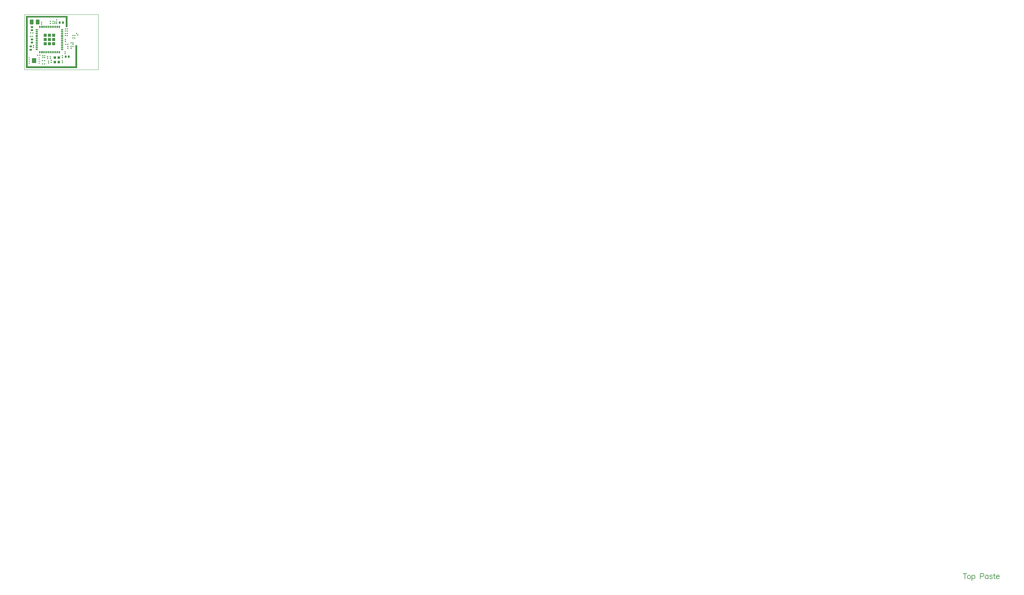
<source format=gtp>
G04*
G04 #@! TF.GenerationSoftware,Altium Limited,Altium Designer,22.4.2 (48)*
G04*
G04 Layer_Color=8421504*
%FSLAX24Y24*%
%MOIN*%
G70*
G04*
G04 #@! TF.SameCoordinates,234F8549-8FEE-4F9A-8B0D-93BDF39202AA*
G04*
G04*
G04 #@! TF.FilePolarity,Positive*
G04*
G01*
G75*
%ADD14C,0.0059*%
%ADD15C,0.0039*%
%ADD16R,0.0354X0.0354*%
%ADD17O,0.0139X0.0316*%
%ADD18O,0.0316X0.0139*%
%ADD19O,0.0316X0.0138*%
G04:AMPARAMS|DCode=20|XSize=10.8mil|YSize=11.8mil|CornerRadius=2.7mil|HoleSize=0mil|Usage=FLASHONLY|Rotation=270.000|XOffset=0mil|YOffset=0mil|HoleType=Round|Shape=RoundedRectangle|*
%AMROUNDEDRECTD20*
21,1,0.0108,0.0064,0,0,270.0*
21,1,0.0054,0.0118,0,0,270.0*
1,1,0.0054,-0.0032,-0.0027*
1,1,0.0054,-0.0032,0.0027*
1,1,0.0054,0.0032,0.0027*
1,1,0.0054,0.0032,-0.0027*
%
%ADD20ROUNDEDRECTD20*%
G04:AMPARAMS|DCode=21|XSize=10.8mil|YSize=11.8mil|CornerRadius=2.7mil|HoleSize=0mil|Usage=FLASHONLY|Rotation=180.000|XOffset=0mil|YOffset=0mil|HoleType=Round|Shape=RoundedRectangle|*
%AMROUNDEDRECTD21*
21,1,0.0108,0.0064,0,0,180.0*
21,1,0.0054,0.0118,0,0,180.0*
1,1,0.0054,-0.0027,0.0032*
1,1,0.0054,0.0027,0.0032*
1,1,0.0054,0.0027,-0.0032*
1,1,0.0054,-0.0027,-0.0032*
%
%ADD21ROUNDEDRECTD21*%
G04:AMPARAMS|DCode=22|XSize=21.7mil|YSize=23.6mil|CornerRadius=5.4mil|HoleSize=0mil|Usage=FLASHONLY|Rotation=180.000|XOffset=0mil|YOffset=0mil|HoleType=Round|Shape=RoundedRectangle|*
%AMROUNDEDRECTD22*
21,1,0.0217,0.0128,0,0,180.0*
21,1,0.0108,0.0236,0,0,180.0*
1,1,0.0108,-0.0054,0.0064*
1,1,0.0108,0.0054,0.0064*
1,1,0.0108,0.0054,-0.0064*
1,1,0.0108,-0.0054,-0.0064*
%
%ADD22ROUNDEDRECTD22*%
G04:AMPARAMS|DCode=23|XSize=21.7mil|YSize=23.6mil|CornerRadius=5.4mil|HoleSize=0mil|Usage=FLASHONLY|Rotation=270.000|XOffset=0mil|YOffset=0mil|HoleType=Round|Shape=RoundedRectangle|*
%AMROUNDEDRECTD23*
21,1,0.0217,0.0128,0,0,270.0*
21,1,0.0108,0.0236,0,0,270.0*
1,1,0.0108,-0.0064,-0.0054*
1,1,0.0108,-0.0064,0.0054*
1,1,0.0108,0.0064,0.0054*
1,1,0.0108,0.0064,-0.0054*
%
%ADD23ROUNDEDRECTD23*%
G04:AMPARAMS|DCode=24|XSize=10.8mil|YSize=11.8mil|CornerRadius=2.7mil|HoleSize=0mil|Usage=FLASHONLY|Rotation=135.000|XOffset=0mil|YOffset=0mil|HoleType=Round|Shape=RoundedRectangle|*
%AMROUNDEDRECTD24*
21,1,0.0108,0.0064,0,0,135.0*
21,1,0.0054,0.0118,0,0,135.0*
1,1,0.0054,0.0003,0.0042*
1,1,0.0054,0.0042,0.0003*
1,1,0.0054,-0.0003,-0.0042*
1,1,0.0054,-0.0042,-0.0003*
%
%ADD24ROUNDEDRECTD24*%
G04:AMPARAMS|DCode=25|XSize=55.1mil|YSize=43.3mil|CornerRadius=10.8mil|HoleSize=0mil|Usage=FLASHONLY|Rotation=270.000|XOffset=0mil|YOffset=0mil|HoleType=Round|Shape=RoundedRectangle|*
%AMROUNDEDRECTD25*
21,1,0.0551,0.0217,0,0,270.0*
21,1,0.0335,0.0433,0,0,270.0*
1,1,0.0217,-0.0108,-0.0167*
1,1,0.0217,-0.0108,0.0167*
1,1,0.0217,0.0108,0.0167*
1,1,0.0217,0.0108,-0.0167*
%
%ADD25ROUNDEDRECTD25*%
%ADD26R,0.0161X0.0082*%
%ADD27R,0.0452X0.0531*%
%ADD28R,0.0295X0.0295*%
G36*
X246Y5945D02*
X354Y5945D01*
X354Y5945D01*
X4756Y5945D01*
X4756Y5945D01*
X4756Y5945D01*
X4756Y4682D01*
X4559Y4682D01*
X4559Y5748D01*
X354Y5748D01*
X354Y354D01*
X5622Y354D01*
X5622Y2713D01*
X5819Y2713D01*
X5819Y354D01*
X5819Y354D01*
X5819Y158D01*
X354Y158D01*
X354Y158D01*
X158Y158D01*
X157Y5945D01*
X158Y5945D01*
X158Y5945D01*
X246Y5945D01*
X246Y5945D02*
G37*
D14*
X103997Y-55720D02*
X103997Y-56310D01*
X103800Y-55720D02*
X104194Y-55720D01*
X104404Y-55916D02*
X104348Y-55944D01*
X104292Y-56001D01*
X104264Y-56085D01*
X104264Y-56141D01*
X104292Y-56226D01*
X104348Y-56282D01*
X104404Y-56310D01*
X104489Y-56310D01*
X104545Y-56282D01*
X104601Y-56226D01*
X104629Y-56141D01*
X104629Y-56085D01*
X104601Y-56001D01*
X104545Y-55944D01*
X104489Y-55916D01*
X104404Y-55916D01*
X104759Y-55916D02*
X104759Y-56507D01*
X104759Y-56001D02*
X104815Y-55944D01*
X104871Y-55916D01*
X104956Y-55916D01*
X105012Y-55944D01*
X105068Y-56001D01*
X105096Y-56085D01*
X105096Y-56141D01*
X105068Y-56226D01*
X105012Y-56282D01*
X104956Y-56310D01*
X104871Y-56310D01*
X104815Y-56282D01*
X104759Y-56226D01*
X105687Y-56029D02*
X105940Y-56029D01*
X106024Y-56001D01*
X106052Y-55973D01*
X106080Y-55916D01*
X106080Y-55832D01*
X106052Y-55776D01*
X106024Y-55748D01*
X105940Y-55720D01*
X105687Y-55720D01*
X105687Y-56310D01*
X106550Y-55916D02*
X106550Y-56310D01*
X106550Y-56001D02*
X106493Y-55944D01*
X106437Y-55916D01*
X106353Y-55916D01*
X106297Y-55944D01*
X106240Y-56001D01*
X106212Y-56085D01*
X106212Y-56141D01*
X106240Y-56226D01*
X106297Y-56282D01*
X106353Y-56310D01*
X106437Y-56310D01*
X106493Y-56282D01*
X106550Y-56226D01*
X107016Y-56001D02*
X106988Y-55944D01*
X106904Y-55916D01*
X106820Y-55916D01*
X106735Y-55944D01*
X106707Y-56001D01*
X106735Y-56057D01*
X106791Y-56085D01*
X106932Y-56113D01*
X106988Y-56141D01*
X107016Y-56198D01*
X107016Y-56226D01*
X106988Y-56282D01*
X106904Y-56310D01*
X106820Y-56310D01*
X106735Y-56282D01*
X106707Y-56226D01*
X107224Y-55720D02*
X107224Y-56198D01*
X107253Y-56282D01*
X107309Y-56310D01*
X107365Y-56310D01*
X107140Y-55916D02*
X107337Y-55916D01*
X107449Y-56085D02*
X107787Y-56085D01*
X107787Y-56029D01*
X107759Y-55973D01*
X107731Y-55944D01*
X107674Y-55916D01*
X107590Y-55916D01*
X107534Y-55944D01*
X107478Y-56001D01*
X107449Y-56085D01*
X107449Y-56141D01*
X107478Y-56226D01*
X107534Y-56282D01*
X107590Y-56310D01*
X107674Y-56310D01*
X107731Y-56282D01*
X107787Y-56226D01*
D15*
X0Y0D02*
X0Y6102D01*
X0Y0D02*
X8150Y0D01*
X8150Y6102D01*
X0Y6102D02*
X8150Y6102D01*
D16*
X2754Y2848D02*
D03*
X3226Y2848D02*
D03*
X2281Y3320D02*
D03*
X2754Y3320D02*
D03*
X3226Y3320D02*
D03*
X3226Y3792D02*
D03*
X2754Y3792D02*
D03*
X2281Y3792D02*
D03*
X2281Y2848D02*
D03*
D17*
X1671Y4718D02*
D03*
X1868Y4718D02*
D03*
X2065Y4718D02*
D03*
X2262Y4718D02*
D03*
X2459Y4718D02*
D03*
X2656Y4718D02*
D03*
X2852Y4718D02*
D03*
X3049Y4718D02*
D03*
X3246Y4718D02*
D03*
X3443Y4718D02*
D03*
X3640Y4718D02*
D03*
X3837Y4718D02*
D03*
X3837Y1922D02*
D03*
X3640Y1922D02*
D03*
X3443Y1922D02*
D03*
X3246Y1922D02*
D03*
X3049Y1922D02*
D03*
X2852Y1922D02*
D03*
X2656Y1922D02*
D03*
X2459Y1922D02*
D03*
X2262Y1922D02*
D03*
X2065Y1922D02*
D03*
X1868Y1922D02*
D03*
X1671Y1922D02*
D03*
D18*
X4152Y4403D02*
D03*
X4152Y4206D02*
D03*
X4152Y4009D02*
D03*
X4152Y3812D02*
D03*
X4152Y3615D02*
D03*
X4152Y3418D02*
D03*
X4152Y3222D02*
D03*
X4152Y3025D02*
D03*
X4152Y2828D02*
D03*
X4152Y2631D02*
D03*
X4152Y2434D02*
D03*
X4152Y2237D02*
D03*
X1356Y2237D02*
D03*
X1356Y2434D02*
D03*
X1356Y2631D02*
D03*
X1356Y2828D02*
D03*
X1356Y3025D02*
D03*
X1356Y3222D02*
D03*
X1356Y3418D02*
D03*
X1356Y3615D02*
D03*
X1356Y3812D02*
D03*
X1356Y4009D02*
D03*
X1356Y4206D02*
D03*
D19*
X1356Y4403D02*
D03*
D20*
X3160Y5110D02*
D03*
X3160Y5317D02*
D03*
X1894Y5037D02*
D03*
X1894Y5243D02*
D03*
X997Y2662D02*
D03*
X997Y2455D02*
D03*
X2219Y1523D02*
D03*
X2219Y1317D02*
D03*
X2018Y1523D02*
D03*
X2018Y1317D02*
D03*
X4200Y1543D02*
D03*
X4200Y1337D02*
D03*
X2543Y1423D02*
D03*
X2543Y1217D02*
D03*
X2860Y1423D02*
D03*
X2860Y1217D02*
D03*
X4486Y1973D02*
D03*
X4486Y1767D02*
D03*
X4520Y3127D02*
D03*
X4520Y3333D02*
D03*
X4770Y2367D02*
D03*
X4770Y2574D02*
D03*
X5139Y2574D02*
D03*
X5139Y2367D02*
D03*
X2960Y1019D02*
D03*
X2960Y813D02*
D03*
X4189Y766D02*
D03*
X4189Y973D02*
D03*
X3547Y5487D02*
D03*
X3547Y5280D02*
D03*
X5361Y2781D02*
D03*
X5361Y2574D02*
D03*
X2854Y5317D02*
D03*
X2854Y5110D02*
D03*
X2652Y924D02*
D03*
X2652Y717D02*
D03*
D21*
X3340Y5090D02*
D03*
X3547Y5090D02*
D03*
X907Y4050D02*
D03*
X701Y4050D02*
D03*
X4507Y4500D02*
D03*
X4713Y4500D02*
D03*
X867Y3670D02*
D03*
X661Y3670D02*
D03*
X4510Y3760D02*
D03*
X4717Y3760D02*
D03*
X5361Y3753D02*
D03*
X5567Y3753D02*
D03*
X5361Y2956D02*
D03*
X5154Y2956D02*
D03*
X4563Y2797D02*
D03*
X4770Y2797D02*
D03*
X5361Y3510D02*
D03*
X5567Y3510D02*
D03*
X1670Y1600D02*
D03*
X1463Y1600D02*
D03*
X3547Y5280D02*
D03*
X3340Y5280D02*
D03*
X4510Y4270D02*
D03*
X4717Y4270D02*
D03*
X4510Y3992D02*
D03*
X4717Y3992D02*
D03*
X2203Y1000D02*
D03*
X1997Y1000D02*
D03*
X2203Y645D02*
D03*
X1997Y645D02*
D03*
D22*
X3883Y5190D02*
D03*
X4237Y5190D02*
D03*
X4543Y1440D02*
D03*
X4897Y1440D02*
D03*
D23*
X804Y2983D02*
D03*
X804Y3337D02*
D03*
X804Y4707D02*
D03*
X804Y4353D02*
D03*
X691Y2552D02*
D03*
X691Y2197D02*
D03*
D24*
X5744Y3986D02*
D03*
X5890Y3840D02*
D03*
D25*
X795Y5271D02*
D03*
X1465Y5271D02*
D03*
D26*
X1610Y705D02*
D03*
X1610Y902D02*
D03*
X1610Y1098D02*
D03*
X1610Y1295D02*
D03*
X509Y705D02*
D03*
X509Y902D02*
D03*
X509Y1098D02*
D03*
X509Y1295D02*
D03*
D27*
X1060Y1000D02*
D03*
D28*
X3799Y1338D02*
D03*
X3799Y826D02*
D03*
X3366Y826D02*
D03*
X3366Y1338D02*
D03*
M02*

</source>
